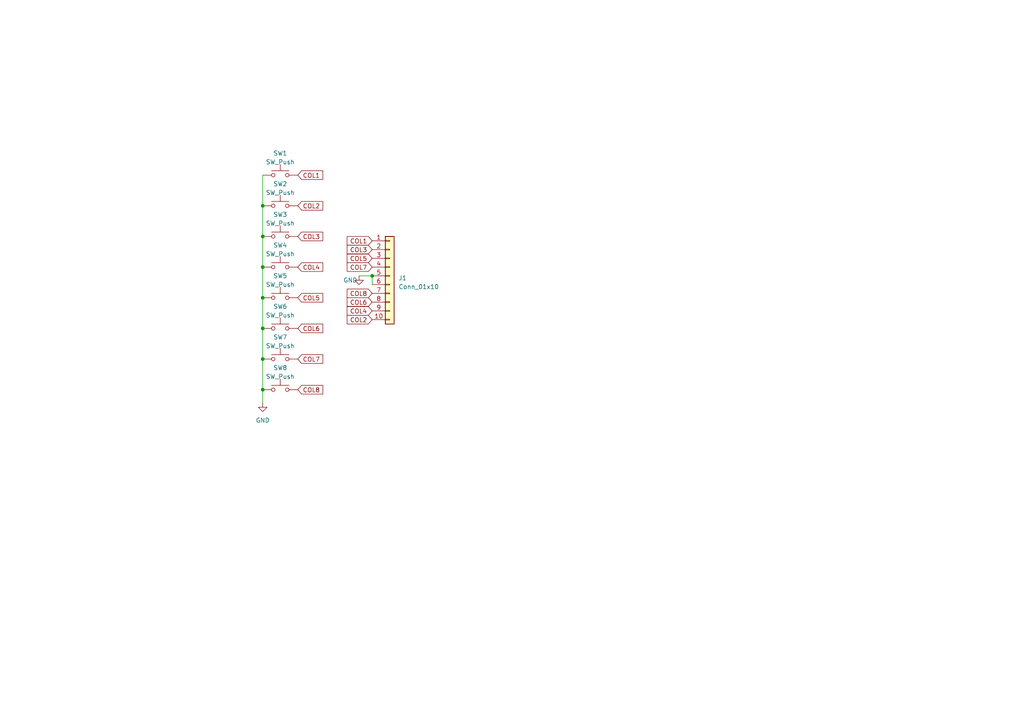
<source format=kicad_sch>
(kicad_sch (version 20230121) (generator eeschema)
  (paper "A4")
  (lib_symbols
    (symbol "Connector_Generic:Conn_01x10" (pin_names (offset 1.016) hide)
      (property "Reference" "J" (at 0 12.7 0))
      (property "Value" "Conn_01x10" (at 0 -15.24 0))
      (symbol "Conn_01x10_1_1"
        (rectangle (start -1.27 -12.573) (end 0 -12.827) (stroke (width 0.1524)))
        (rectangle (start -1.27 -10.033) (end 0 -10.287) (stroke (width 0.1524)))
        (rectangle (start -1.27 -7.493) (end 0 -7.747) (stroke (width 0.1524)))
        (rectangle (start -1.27 -4.953) (end 0 -5.207) (stroke (width 0.1524)))
        (rectangle (start -1.27 -2.413) (end 0 -2.667) (stroke (width 0.1524)))
        (rectangle (start -1.27 0.127) (end 0 -0.127) (stroke (width 0.1524)))
        (rectangle (start -1.27 2.667) (end 0 2.413) (stroke (width 0.1524)))
        (rectangle (start -1.27 5.207) (end 0 4.953) (stroke (width 0.1524)))
        (rectangle (start -1.27 7.747) (end 0 7.493) (stroke (width 0.1524)))
        (rectangle (start -1.27 10.287) (end 0 10.033) (stroke (width 0.1524)))
        (rectangle (start -1.27 11.43) (end 1.27 -13.97) (stroke (width 0.254)) (fill (type background)))
        (pin passive line (at -5.08 10.16 0) (length 3.81) (name "Pin_1") (number "1"))
        (pin passive line (at -5.08 -12.7 0) (length 3.81) (name "Pin_10") (number "10"))
        (pin passive line (at -5.08 7.62 0) (length 3.81) (name "Pin_2") (number "2"))
        (pin passive line (at -5.08 5.08 0) (length 3.81) (name "Pin_3") (number "3"))
        (pin passive line (at -5.08 2.54 0) (length 3.81) (name "Pin_4") (number "4"))
        (pin passive line (at -5.08 0 0) (length 3.81) (name "Pin_5") (number "5"))
        (pin passive line (at -5.08 -2.54 0) (length 3.81) (name "Pin_6") (number "6"))
        (pin passive line (at -5.08 -5.08 0) (length 3.81) (name "Pin_7") (number "7"))
        (pin passive line (at -5.08 -7.62 0) (length 3.81) (name "Pin_8") (number "8"))
        (pin passive line (at -5.08 -10.16 0) (length 3.81) (name "Pin_9") (number "9"))
      )
    )
    (symbol "Switch:SW_Push" (pin_numbers hide) (pin_names (offset 1.016) hide)
      (property "Reference" "SW" (at 1.27 2.54 0))
      (property "Value" "SW_Push" (at 0 -1.524 0))
      (symbol "SW_Push_0_1"
        (circle (center -2.032 0) (radius 0.508))
        (polyline (pts (xy 0 1.27) (xy 0 3.048)))
        (polyline (pts (xy 2.54 1.27) (xy -2.54 1.27)))
        (circle (center 2.032 0) (radius 0.508))
        (pin passive line (at -5.08 0 0) (length 2.54) (name "1") (number "1"))
        (pin passive line (at 5.08 0 180) (length 2.54) (name "2") (number "2"))
      )
    )
    (symbol "power:GND" (power) (pin_names (offset 0))
      (property "Value" "GND" (at 0 -3.81 0))
      (symbol "GND_0_1"
        (polyline (pts (xy 0 0) (xy 0 -1.27) (xy 1.27 -1.27) (xy 0 -2.54) (xy -1.27 -1.27) (xy 0 -1.27)))
      )
      (symbol "GND_1_1"
        (pin power_in line (at 0 0 270) (length 0) hide (name "GND") (number "1"))
      )
    )
  )
  (junction (at 76.2 113.03))
  (junction (at 76.2 59.69))
  (junction (at 76.2 68.58))
  (junction (at 76.2 86.36))
  (junction (at 76.2 95.25))
  (junction (at 76.2 77.47))
  (junction (at 76.2 104.14))
  (junction (at 107.95 80.01))
  (wire (pts (xy 76.2 86.36) (xy 76.2 95.25)))
  (wire (pts (xy 76.2 68.58) (xy 76.2 77.47)))
  (wire (pts (xy 76.2 77.47) (xy 76.2 86.36)))
  (wire (pts (xy 104.14 80.01) (xy 107.95 80.01)))
  (wire (pts (xy 76.2 104.14) (xy 76.2 113.03)))
  (wire (pts (xy 76.2 59.69) (xy 76.2 68.58)))
  (wire (pts (xy 76.2 50.8) (xy 76.2 59.69)))
  (wire (pts (xy 76.2 95.25) (xy 76.2 104.14)))
  (wire (pts (xy 76.2 113.03) (xy 76.2 116.84)))
  (wire (pts (xy 107.95 80.01) (xy 107.95 82.55)))
  (global_label "COL5" (shape input) (at 107.95 74.93 180) (property "Intersheetrefs" "${INTERSHEET_REFS}" (effects hide)))
  (global_label "COL6" (shape input) (at 86.36 95.25 0) (property "Intersheetrefs" "${INTERSHEET_REFS}" (effects hide)))
  (global_label "COL2" (shape input) (at 86.36 59.69 0) (property "Intersheetrefs" "${INTERSHEET_REFS}" (effects hide)))
  (global_label "COL3" (shape input) (at 86.36 68.58 0) (property "Intersheetrefs" "${INTERSHEET_REFS}" (effects hide)))
  (global_label "COL2" (shape input) (at 107.95 92.71 180) (property "Intersheetrefs" "${INTERSHEET_REFS}" (effects hide)))
  (global_label "COL1" (shape input) (at 86.36 50.8 0) (property "Intersheetrefs" "${INTERSHEET_REFS}" (effects hide)))
  (global_label "COL7" (shape input) (at 107.95 77.47 180) (property "Intersheetrefs" "${INTERSHEET_REFS}" (effects hide)))
  (global_label "COL8" (shape input) (at 107.95 85.09 180) (property "Intersheetrefs" "${INTERSHEET_REFS}" (effects hide)))
  (global_label "COL4" (shape input) (at 86.36 77.47 0) (property "Intersheetrefs" "${INTERSHEET_REFS}" (effects hide)))
  (global_label "COL4" (shape input) (at 107.95 90.17 180) (property "Intersheetrefs" "${INTERSHEET_REFS}" (effects hide)))
  (global_label "COL1" (shape input) (at 107.95 69.85 180) (property "Intersheetrefs" "${INTERSHEET_REFS}" (effects hide)))
  (global_label "COL8" (shape input) (at 86.36 113.03 0) (property "Intersheetrefs" "${INTERSHEET_REFS}" (effects hide)))
  (global_label "COL3" (shape input) (at 107.95 72.39 180) (property "Intersheetrefs" "${INTERSHEET_REFS}" (effects hide)))
  (global_label "COL7" (shape input) (at 86.36 104.14 0) (property "Intersheetrefs" "${INTERSHEET_REFS}" (effects hide)))
  (global_label "COL6" (shape input) (at 107.95 87.63 180) (property "Intersheetrefs" "${INTERSHEET_REFS}" (effects hide)))
  (global_label "COL5" (shape input) (at 86.36 86.36 0) (property "Intersheetrefs" "${INTERSHEET_REFS}" (effects hide)))
  (symbol (lib_id "Connector_Generic:Conn_01x10") (at 113.03 80.01 0) (unit 1)
    (property "Reference" "J1" (at 115.57 80.645 0) (effects (justify left)))
    (property "Value" "Conn_01x10" (at 115.57 83.185 0) (effects (justify left)))
    (property "Footprint" "Connector_FFC-FPC:TE_1-1734839-0_1x10-1MP_P0.5mm_Horizontal" (effects hide))
  )
  (symbol (lib_id "Switch:SW_Push") (at 81.28 113.03 0) (mirror y) (unit 1)
    (property "Reference" "SW8" (at 81.28 106.68 0))
    (property "Value" "SW_Push" (at 81.28 109.22 0))
    (property "Footprint" "keyswitches:SW_PG1350" (effects hide))
  )
  (symbol (lib_id "Switch:SW_Push") (at 81.28 104.14 0) (unit 1)
    (property "Reference" "SW7" (at 81.28 97.79 0))
    (property "Value" "SW_Push" (at 81.28 100.33 0))
    (property "Footprint" "keyswitches:SW_PG1350" (effects hide))
  )
  (symbol (lib_id "power:GND") (at 76.2 116.84 0) (unit 1)
    (property "Reference" "#PWR01" (effects hide))
    (property "Value" "GND" (at 76.2 121.92 0))
  )
  (symbol (lib_id "Switch:SW_Push") (at 81.28 86.36 0) (unit 1)
    (property "Reference" "SW5" (at 81.28 80.01 0))
    (property "Value" "SW_Push" (at 81.28 82.55 0))
    (property "Footprint" "keyswitches:SW_PG1350" (effects hide))
  )
  (symbol (lib_id "Switch:SW_Push") (at 81.28 59.69 0) (mirror y) (unit 1)
    (property "Reference" "SW2" (at 81.28 53.34 0))
    (property "Value" "SW_Push" (at 81.28 55.88 0))
    (property "Footprint" "keyswitches:SW_PG1350" (effects hide))
  )
  (symbol (lib_id "Switch:SW_Push") (at 81.28 50.8 0) (unit 1)
    (property "Reference" "SW1" (at 81.28 44.45 0))
    (property "Value" "SW_Push" (at 81.28 46.99 0))
    (property "Footprint" "keyswitches:SW_PG1350" (effects hide))
  )
  (symbol (lib_id "Switch:SW_Push") (at 81.28 77.47 0) (mirror y) (unit 1)
    (property "Reference" "SW4" (at 81.28 71.12 0))
    (property "Value" "SW_Push" (at 81.28 73.66 0))
    (property "Footprint" "keyswitches:SW_PG1350" (effects hide))
  )
  (symbol (lib_id "power:GND") (at 104.14 80.01 0) (unit 1)
    (property "Reference" "#PWR02" (effects hide))
    (property "Value" "GND" (at 101.6 81.28 0))
  )
  (symbol (lib_id "Switch:SW_Push") (at 81.28 95.25 0) (mirror y) (unit 1)
    (property "Reference" "SW6" (at 81.28 88.9 0))
    (property "Value" "SW_Push" (at 81.28 91.44 0))
    (property "Footprint" "keyswitches:SW_PG1350" (effects hide))
  )
  (symbol (lib_id "Switch:SW_Push") (at 81.28 68.58 0) (unit 1)
    (property "Reference" "SW3" (at 81.28 62.23 0))
    (property "Value" "SW_Push" (at 81.28 64.77 0))
    (property "Footprint" "keyswitches:SW_PG1350" (effects hide))
  )
)
</source>
